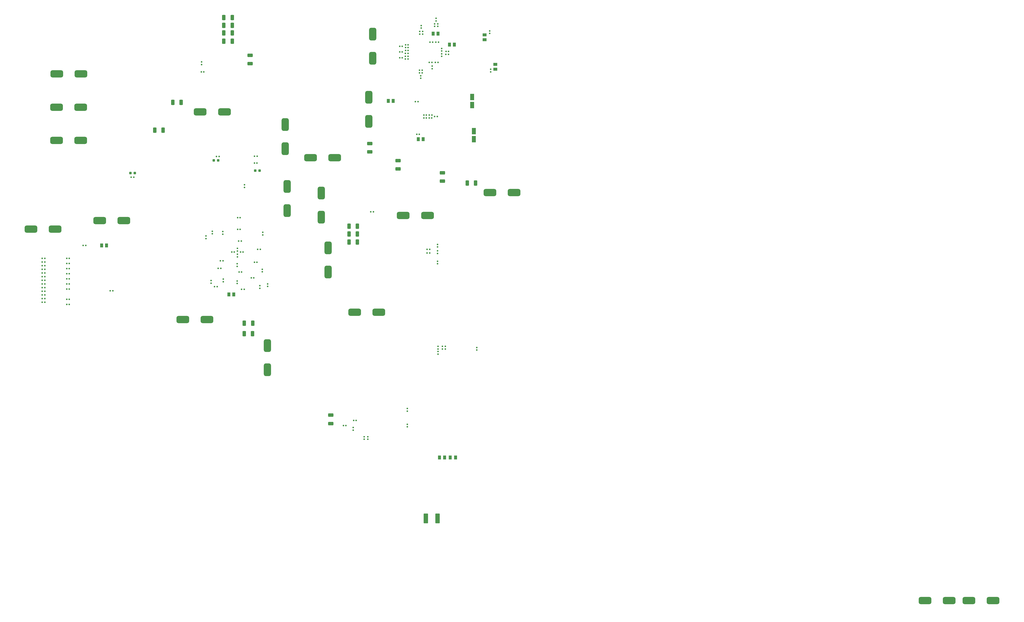
<source format=gbr>
%TF.GenerationSoftware,Altium Limited,Altium Designer,23.11.1 (41)*%
G04 Layer_Color=128*
%FSLAX45Y45*%
%MOMM*%
%TF.SameCoordinates,85413206-E3E1-404A-8318-C17176F6EAC7*%
%TF.FilePolarity,Positive*%
%TF.FileFunction,Paste,Bot*%
%TF.Part,Single*%
G01*
G75*
%TA.AperFunction,SMDPad,CuDef*%
G04:AMPARAMS|DCode=10|XSize=4.4mm|YSize=2.5mm|CornerRadius=0.625mm|HoleSize=0mm|Usage=FLASHONLY|Rotation=0.000|XOffset=0mm|YOffset=0mm|HoleType=Round|Shape=RoundedRectangle|*
%AMROUNDEDRECTD10*
21,1,4.40000,1.25000,0,0,0.0*
21,1,3.15000,2.50000,0,0,0.0*
1,1,1.25000,1.57500,-0.62500*
1,1,1.25000,-1.57500,-0.62500*
1,1,1.25000,-1.57500,0.62500*
1,1,1.25000,1.57500,0.62500*
%
%ADD10ROUNDEDRECTD10*%
G04:AMPARAMS|DCode=14|XSize=4.4mm|YSize=2.5mm|CornerRadius=0.625mm|HoleSize=0mm|Usage=FLASHONLY|Rotation=270.000|XOffset=0mm|YOffset=0mm|HoleType=Round|Shape=RoundedRectangle|*
%AMROUNDEDRECTD14*
21,1,4.40000,1.25000,0,0,270.0*
21,1,3.15000,2.50000,0,0,270.0*
1,1,1.25000,-0.62500,-1.57500*
1,1,1.25000,-0.62500,1.57500*
1,1,1.25000,0.62500,1.57500*
1,1,1.25000,0.62500,-1.57500*
%
%ADD14ROUNDEDRECTD14*%
G04:AMPARAMS|DCode=24|XSize=0.508mm|YSize=0.508mm|CornerRadius=0.1524mm|HoleSize=0mm|Usage=FLASHONLY|Rotation=0.000|XOffset=0mm|YOffset=0mm|HoleType=Round|Shape=RoundedRectangle|*
%AMROUNDEDRECTD24*
21,1,0.50800,0.20320,0,0,0.0*
21,1,0.20320,0.50800,0,0,0.0*
1,1,0.30480,0.10160,-0.10160*
1,1,0.30480,-0.10160,-0.10160*
1,1,0.30480,-0.10160,0.10160*
1,1,0.30480,0.10160,0.10160*
%
%ADD24ROUNDEDRECTD24*%
G04:AMPARAMS|DCode=25|XSize=1.8034mm|YSize=1.1938mm|CornerRadius=0.20295mm|HoleSize=0mm|Usage=FLASHONLY|Rotation=270.000|XOffset=0mm|YOffset=0mm|HoleType=Round|Shape=RoundedRectangle|*
%AMROUNDEDRECTD25*
21,1,1.80340,0.78791,0,0,270.0*
21,1,1.39751,1.19380,0,0,270.0*
1,1,0.40589,-0.39395,-0.69875*
1,1,0.40589,-0.39395,0.69875*
1,1,0.40589,0.39395,0.69875*
1,1,0.40589,0.39395,-0.69875*
%
%ADD25ROUNDEDRECTD25*%
G04:AMPARAMS|DCode=26|XSize=0.508mm|YSize=0.508mm|CornerRadius=0.1524mm|HoleSize=0mm|Usage=FLASHONLY|Rotation=270.000|XOffset=0mm|YOffset=0mm|HoleType=Round|Shape=RoundedRectangle|*
%AMROUNDEDRECTD26*
21,1,0.50800,0.20320,0,0,270.0*
21,1,0.20320,0.50800,0,0,270.0*
1,1,0.30480,-0.10160,-0.10160*
1,1,0.30480,-0.10160,0.10160*
1,1,0.30480,0.10160,0.10160*
1,1,0.30480,0.10160,-0.10160*
%
%ADD26ROUNDEDRECTD26*%
G04:AMPARAMS|DCode=27|XSize=1.8034mm|YSize=1.1938mm|CornerRadius=0.20295mm|HoleSize=0mm|Usage=FLASHONLY|Rotation=180.000|XOffset=0mm|YOffset=0mm|HoleType=Round|Shape=RoundedRectangle|*
%AMROUNDEDRECTD27*
21,1,1.80340,0.78791,0,0,180.0*
21,1,1.39751,1.19380,0,0,180.0*
1,1,0.40589,-0.69875,0.39395*
1,1,0.40589,0.69875,0.39395*
1,1,0.40589,0.69875,-0.39395*
1,1,0.40589,-0.69875,-0.39395*
%
%ADD27ROUNDEDRECTD27*%
G04:AMPARAMS|DCode=28|XSize=1.397mm|YSize=1.0922mm|CornerRadius=0.20206mm|HoleSize=0mm|Usage=FLASHONLY|Rotation=0.000|XOffset=0mm|YOffset=0mm|HoleType=Round|Shape=RoundedRectangle|*
%AMROUNDEDRECTD28*
21,1,1.39700,0.68809,0,0,0.0*
21,1,0.99289,1.09220,0,0,0.0*
1,1,0.40411,0.49644,-0.34404*
1,1,0.40411,-0.49644,-0.34404*
1,1,0.40411,-0.49644,0.34404*
1,1,0.40411,0.49644,0.34404*
%
%ADD28ROUNDEDRECTD28*%
G04:AMPARAMS|DCode=34|XSize=0.889mm|YSize=0.8636mm|CornerRadius=0.15113mm|HoleSize=0mm|Usage=FLASHONLY|Rotation=0.000|XOffset=0mm|YOffset=0mm|HoleType=Round|Shape=RoundedRectangle|*
%AMROUNDEDRECTD34*
21,1,0.88900,0.56134,0,0,0.0*
21,1,0.58674,0.86360,0,0,0.0*
1,1,0.30226,0.29337,-0.28067*
1,1,0.30226,-0.29337,-0.28067*
1,1,0.30226,-0.29337,0.28067*
1,1,0.30226,0.29337,0.28067*
%
%ADD34ROUNDEDRECTD34*%
G04:AMPARAMS|DCode=36|XSize=1.397mm|YSize=1.0922mm|CornerRadius=0.20206mm|HoleSize=0mm|Usage=FLASHONLY|Rotation=270.000|XOffset=0mm|YOffset=0mm|HoleType=Round|Shape=RoundedRectangle|*
%AMROUNDEDRECTD36*
21,1,1.39700,0.68809,0,0,270.0*
21,1,0.99289,1.09220,0,0,270.0*
1,1,0.40411,-0.34404,-0.49644*
1,1,0.40411,-0.34404,0.49644*
1,1,0.40411,0.34404,0.49644*
1,1,0.40411,0.34404,-0.49644*
%
%ADD36ROUNDEDRECTD36*%
%ADD52R,1.35000X2.20000*%
%TA.AperFunction,ConnectorPad*%
G04:AMPARAMS|DCode=104|XSize=4.4mm|YSize=2.5mm|CornerRadius=0.625mm|HoleSize=0mm|Usage=FLASHONLY|Rotation=180.000|XOffset=0mm|YOffset=0mm|HoleType=Round|Shape=RoundedRectangle|*
%AMROUNDEDRECTD104*
21,1,4.40000,1.25000,0,0,180.0*
21,1,3.15000,2.50000,0,0,180.0*
1,1,1.25000,-1.57500,0.62500*
1,1,1.25000,1.57500,0.62500*
1,1,1.25000,1.57500,-0.62500*
1,1,1.25000,-1.57500,-0.62500*
%
%ADD104ROUNDEDRECTD104*%
%TA.AperFunction,SMDPad,CuDef*%
G04:AMPARAMS|DCode=231|XSize=1.55mm|YSize=3.45mm|CornerRadius=0.175mm|HoleSize=0mm|Usage=FLASHONLY|Rotation=0.000|XOffset=0mm|YOffset=0mm|HoleType=Round|Shape=RoundedRectangle|*
%AMROUNDEDRECTD231*
21,1,1.55000,3.10000,0,0,0.0*
21,1,1.20000,3.45000,0,0,0.0*
1,1,0.35000,0.60000,-1.55000*
1,1,0.35000,-0.60000,-1.55000*
1,1,0.35000,-0.60000,1.55000*
1,1,0.35000,0.60000,1.55000*
%
%ADD231ROUNDEDRECTD231*%
D10*
X3744702Y16027400D02*
D03*
X4584700D02*
D03*
X18799281Y13063220D02*
D03*
X19639281D02*
D03*
X8128644Y8650370D02*
D03*
X8968642D02*
D03*
X8736160Y15862752D02*
D03*
X9576158D02*
D03*
X12568662Y14274800D02*
D03*
X13408659D02*
D03*
X4586500Y14871703D02*
D03*
X3746501D02*
D03*
X4590537Y17185764D02*
D03*
X3750539D02*
D03*
X6085003Y12084101D02*
D03*
X5244999D02*
D03*
X3697401Y11792002D02*
D03*
X2857397D02*
D03*
X14942821Y8905240D02*
D03*
X14102821D02*
D03*
X16628094Y12265363D02*
D03*
X15788097D02*
D03*
D14*
X11065541Y7747427D02*
D03*
Y6907429D02*
D03*
X13181816Y10302240D02*
D03*
Y11142243D02*
D03*
X11690744Y14584680D02*
D03*
Y15424678D02*
D03*
X12943839Y12204699D02*
D03*
Y13044702D02*
D03*
X14592299Y15530302D02*
D03*
Y16370300D02*
D03*
X11758586Y13275838D02*
D03*
Y12435840D02*
D03*
X14727673Y17727586D02*
D03*
Y18567586D02*
D03*
D24*
X16979900Y11258551D02*
D03*
Y11169651D02*
D03*
X9153321Y11625632D02*
D03*
Y11714532D02*
D03*
X9115221Y10000032D02*
D03*
Y9911132D02*
D03*
X9534321Y9961932D02*
D03*
Y10050832D02*
D03*
X10029621Y11028732D02*
D03*
Y11117632D02*
D03*
X9521621Y11612932D02*
D03*
Y11701832D02*
D03*
X8937421Y11460532D02*
D03*
Y11549432D02*
D03*
X10016921Y10584232D02*
D03*
Y10495332D02*
D03*
X10016922Y9987332D02*
D03*
Y9898432D02*
D03*
X10029621Y10825532D02*
D03*
Y10914432D02*
D03*
X10809514Y9733986D02*
D03*
Y9822886D02*
D03*
X10905921Y11676432D02*
D03*
Y11587532D02*
D03*
X11078640Y9799372D02*
D03*
Y9888272D02*
D03*
X10892821Y10394132D02*
D03*
Y10305232D02*
D03*
X8786301Y17507655D02*
D03*
Y17596555D02*
D03*
X10276855Y13329509D02*
D03*
Y13240610D02*
D03*
X17122141Y17879060D02*
D03*
Y17790160D02*
D03*
X16931641Y19021677D02*
D03*
Y19110576D02*
D03*
X16880840Y18832829D02*
D03*
Y18921730D02*
D03*
X16984547Y18833691D02*
D03*
Y18922591D02*
D03*
X16797021Y17364709D02*
D03*
Y17453610D02*
D03*
X18790919Y18586450D02*
D03*
Y18675349D02*
D03*
X18823940Y17341850D02*
D03*
Y17252950D02*
D03*
X17122141Y17978145D02*
D03*
Y18067046D02*
D03*
X16449068Y17218239D02*
D03*
Y17307140D02*
D03*
X16396169Y17028711D02*
D03*
Y17117612D02*
D03*
X16350006Y17218239D02*
D03*
Y17307140D02*
D03*
X16415379Y18861591D02*
D03*
Y18772690D02*
D03*
X16464046Y18655009D02*
D03*
Y18566110D02*
D03*
X16364984Y18655009D02*
D03*
Y18566110D02*
D03*
X17145000Y7626350D02*
D03*
Y7715250D02*
D03*
X17246600Y7626350D02*
D03*
Y7715250D02*
D03*
X18338800Y7677150D02*
D03*
Y7588250D02*
D03*
X16992599Y7448550D02*
D03*
Y7537450D02*
D03*
Y7626350D02*
D03*
Y7715250D02*
D03*
X14046201Y4895850D02*
D03*
Y4806950D02*
D03*
X15925800Y5467350D02*
D03*
Y5556250D02*
D03*
X15925801Y5010150D02*
D03*
Y4921250D02*
D03*
X14554199Y4578350D02*
D03*
Y4489450D02*
D03*
X14427199Y4578350D02*
D03*
Y4489450D02*
D03*
X16979900Y11036300D02*
D03*
Y10947400D02*
D03*
X16979903Y10674350D02*
D03*
Y10585450D02*
D03*
D25*
X10265841Y8162342D02*
D03*
X10555401D02*
D03*
X10268381Y8520482D02*
D03*
X10557941D02*
D03*
X9847730Y18321524D02*
D03*
X9558170D02*
D03*
X9847730Y18872266D02*
D03*
X9558170D02*
D03*
X9847730Y19136426D02*
D03*
X9558170D02*
D03*
X9847730Y18604823D02*
D03*
X9558170D02*
D03*
X7786890Y16193639D02*
D03*
X8076450D02*
D03*
X7446325Y15226576D02*
D03*
X7156765D02*
D03*
X14195621Y11619598D02*
D03*
X13906061D02*
D03*
X14195619Y11344602D02*
D03*
X13906059D02*
D03*
X13906061Y11894598D02*
D03*
X14195621D02*
D03*
X18014166Y13391927D02*
D03*
X18303726D02*
D03*
D26*
X6429615Y13595634D02*
D03*
X6340715D02*
D03*
X10124871Y12190782D02*
D03*
X10035971D02*
D03*
Y11784382D02*
D03*
X10124871D02*
D03*
X9235871Y9790484D02*
D03*
X9324771D02*
D03*
X9439071Y10692182D02*
D03*
X9527971D02*
D03*
X9451771Y10425482D02*
D03*
X9362871D02*
D03*
X9921671Y10996982D02*
D03*
X9832771D02*
D03*
X10162971Y11377982D02*
D03*
X10074071D02*
D03*
X4186352Y10776004D02*
D03*
X4097452D02*
D03*
X4186352Y9353604D02*
D03*
X4097452D02*
D03*
X4097450Y9175801D02*
D03*
X4186350D02*
D03*
X4186352Y10064804D02*
D03*
X4097452D02*
D03*
X4186352Y10242604D02*
D03*
X4097452D02*
D03*
X4097450Y10598201D02*
D03*
X4186350D02*
D03*
Y10420401D02*
D03*
X4097450D02*
D03*
X4186352Y9709204D02*
D03*
X4097452D02*
D03*
X4097450Y9887001D02*
D03*
X4186350D02*
D03*
X3246550Y10649001D02*
D03*
X3335450D02*
D03*
Y10522001D02*
D03*
X3246550D02*
D03*
X3335450Y10141001D02*
D03*
X3246550D02*
D03*
X3335450Y10268001D02*
D03*
X3246550D02*
D03*
X3335450Y10014001D02*
D03*
X3246550D02*
D03*
Y10395001D02*
D03*
X3335450D02*
D03*
Y10776001D02*
D03*
X3246550D02*
D03*
Y9887001D02*
D03*
X3335450D02*
D03*
X10086771Y10298484D02*
D03*
X10175671D02*
D03*
Y9701582D02*
D03*
X10264571D02*
D03*
X4757852Y11220501D02*
D03*
X4668952D02*
D03*
X10734471Y11085882D02*
D03*
X10823371D02*
D03*
X10597052Y10099903D02*
D03*
X10508152D02*
D03*
X10137571Y10996982D02*
D03*
X10226471D02*
D03*
X10620171Y10641382D02*
D03*
X10709071D02*
D03*
X5697650Y9645704D02*
D03*
X5608750D02*
D03*
X3335451Y9506002D02*
D03*
X3246551D02*
D03*
X3335450Y9379001D02*
D03*
X3246550D02*
D03*
X3335450Y9252001D02*
D03*
X3246550D02*
D03*
Y9633001D02*
D03*
X3335450D02*
D03*
Y9760001D02*
D03*
X3246550D02*
D03*
X8860145Y17250072D02*
D03*
X8771245D02*
D03*
X14749361Y12391594D02*
D03*
X14660461D02*
D03*
X10711195Y14318839D02*
D03*
X10622295D02*
D03*
X10707385Y14085159D02*
D03*
X10618485D02*
D03*
X9391665Y14314890D02*
D03*
X9302765D02*
D03*
X16808450Y18282919D02*
D03*
X16719550D02*
D03*
X17362170Y17962878D02*
D03*
X17273270D02*
D03*
X17270731Y17863792D02*
D03*
X17359630D02*
D03*
X16691635Y15750513D02*
D03*
X16780534D02*
D03*
X16503650Y15750516D02*
D03*
X16592551D02*
D03*
X16501109Y15651430D02*
D03*
X16590010D02*
D03*
X16689095Y15651428D02*
D03*
X16777995D02*
D03*
X16879620Y15699741D02*
D03*
X16968521D02*
D03*
X16346170Y15079979D02*
D03*
X16257269D02*
D03*
X16924020Y18280380D02*
D03*
X17012920D02*
D03*
X16783051Y17581879D02*
D03*
X16694150D02*
D03*
X16297910Y16215359D02*
D03*
X16209010D02*
D03*
X16904970Y17579341D02*
D03*
X16993871D02*
D03*
X15664616Y17745081D02*
D03*
X15753516D02*
D03*
X15865057Y17697626D02*
D03*
X15953957D02*
D03*
X15865662Y17796712D02*
D03*
X15954561D02*
D03*
X15665839Y17945599D02*
D03*
X15754738D02*
D03*
X15865662Y17895798D02*
D03*
X15954561D02*
D03*
X15866280Y17994882D02*
D03*
X15955179D02*
D03*
X15955795Y18093968D02*
D03*
X15866895D02*
D03*
X15866280Y18193053D02*
D03*
X15955179D02*
D03*
X15666457Y18142831D02*
D03*
X15755356D02*
D03*
X13798550Y4965699D02*
D03*
X13709650D02*
D03*
X14154150Y5143499D02*
D03*
X14065250D02*
D03*
X16617949Y10960101D02*
D03*
X16706850D02*
D03*
Y11087101D02*
D03*
X16617949D02*
D03*
D27*
X10471965Y17826518D02*
D03*
Y17536958D02*
D03*
X14623865Y14764499D02*
D03*
Y14474939D02*
D03*
X15609621Y13883827D02*
D03*
Y14173387D02*
D03*
X13271501Y5036820D02*
D03*
Y5326380D02*
D03*
X17151529Y13457388D02*
D03*
Y13746948D02*
D03*
D28*
X18610580Y18542000D02*
D03*
Y18371820D02*
D03*
X18987794Y17341850D02*
D03*
Y17512030D02*
D03*
D34*
X6461365Y13736465D02*
D03*
X6311505D02*
D03*
X9356105Y14174059D02*
D03*
X9206245D02*
D03*
X10646425Y13823540D02*
D03*
X10796285D02*
D03*
D36*
X9728631Y9523782D02*
D03*
X9898811D02*
D03*
X5314110Y11220504D02*
D03*
X5484290D02*
D03*
X16997681Y18580099D02*
D03*
X16827499D02*
D03*
X17562830Y18196559D02*
D03*
X17392650D02*
D03*
X16478250Y14916122D02*
D03*
X16308070D02*
D03*
X15267940Y16240759D02*
D03*
X15438120D02*
D03*
X17046111Y3861344D02*
D03*
X17226451D02*
D03*
X17423129Y3860800D02*
D03*
X17603468D02*
D03*
D52*
X18183859Y16380521D02*
D03*
Y16098520D02*
D03*
X18237199Y15198120D02*
D03*
Y14916119D02*
D03*
D104*
X33912280Y-1114538D02*
D03*
X34752280D02*
D03*
X35436279D02*
D03*
X36276279D02*
D03*
D231*
X16976700Y1739900D02*
D03*
X16576700D02*
D03*
%TF.MD5,3e015c656954089dc9ff69bdd9cfcf1e*%
M02*

</source>
